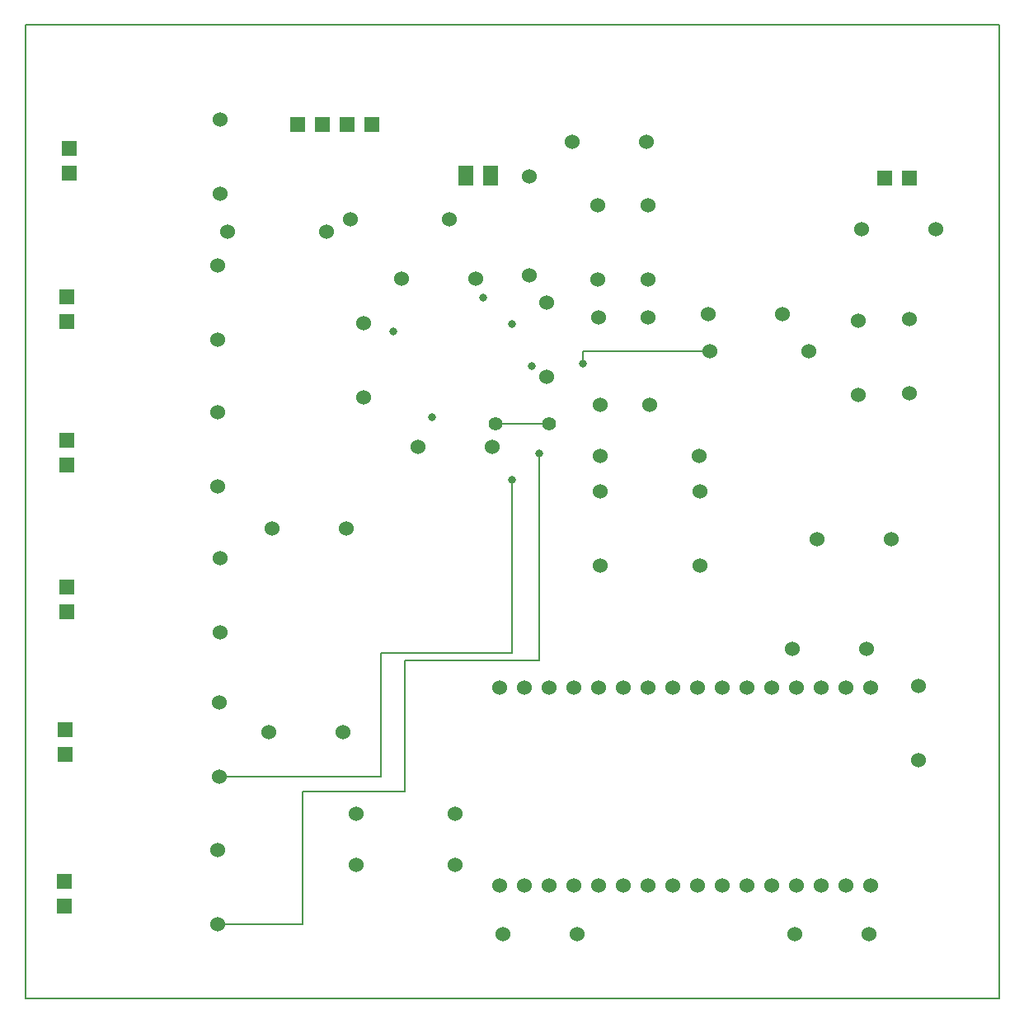
<source format=gbr>
%FSLAX23Y23*%
%MOIN*%
G04 EasyPC Gerber Version 12.0.1 Build 2704 *
%ADD15R,0.06000X0.08000*%
%ADD17R,0.06000X0.06000*%
%ADD21C,0.00787*%
%ADD95C,0.00800*%
%ADD22C,0.03200*%
%ADD23C,0.05600*%
%ADD71C,0.06000*%
%ADD16C,0.06000*%
X0Y0D02*
D02*
D15*
X1925Y3331D03*
X1825D03*
D02*
D16*
X3726Y3114D03*
X3657Y969D03*
Y1269D03*
X3618Y2450D03*
Y2750D03*
X3545Y1860D03*
X3456Y266D03*
X3447Y1417D03*
X3426Y3114D03*
X3411Y2445D03*
Y2745D03*
X3245Y1860D03*
X3211Y2622D03*
X3156Y266D03*
X3147Y1417D03*
X3106Y2770D03*
X2811Y2622D03*
X2806Y2770D03*
X2771Y1756D03*
Y2056D03*
X2768Y2199D03*
X2568Y2406D03*
X2564Y2758D03*
Y2911D03*
Y3211D03*
X2555Y3469D03*
X2368Y1756D03*
Y2056D03*
Y2199D03*
Y2406D03*
X2364Y2758D03*
X2358Y2911D03*
Y3211D03*
X2275Y266D03*
X2255Y3469D03*
X2151Y2517D03*
Y2817D03*
X2082Y2929D03*
Y3329D03*
X1975Y266D03*
X1931Y2234D03*
X1865Y2915D03*
X1784Y545D03*
Y752D03*
X1758Y3154D03*
X1631Y2234D03*
X1565Y2915D03*
X1413Y2435D03*
Y2735D03*
X1384Y545D03*
Y752D03*
X1358Y3154D03*
X1344Y1904D03*
X1330Y1083D03*
X1262Y3104D03*
X1044Y1904D03*
X1030Y1083D03*
X862Y3104D03*
X832Y1485D03*
Y1785D03*
Y3257D03*
Y3557D03*
X830Y903D03*
Y1203D03*
X823Y304D03*
Y604D03*
Y2076D03*
Y2376D03*
Y2667D03*
Y2967D03*
D02*
D17*
X3619Y3321D03*
X3519D03*
X1447Y3537D03*
X1347D03*
X1247D03*
X1147D03*
X222Y3341D03*
Y3441D03*
X212Y1569D03*
Y1669D03*
Y2160D03*
Y2260D03*
Y2740D03*
Y2840D03*
X206Y992D03*
Y1092D03*
X203Y378D03*
Y478D03*
D02*
D71*
X3462Y460D03*
Y1260D03*
X3362Y460D03*
Y1260D03*
X3262Y460D03*
Y1260D03*
X3162Y460D03*
Y1260D03*
X3062Y460D03*
Y1260D03*
X2962Y460D03*
Y1260D03*
X2862Y460D03*
Y1260D03*
X2762Y460D03*
Y1260D03*
X2662Y460D03*
Y1260D03*
X2562Y460D03*
Y1260D03*
X2462Y460D03*
Y1260D03*
X2362Y460D03*
Y1260D03*
X2262Y460D03*
Y1260D03*
X2162Y460D03*
Y1260D03*
X2062Y460D03*
Y1260D03*
X1962Y460D03*
Y1260D03*
D02*
D21*
X2299Y2573D02*
Y2622D01*
X2811*
X2122Y2209D02*
Y1372D01*
X1580*
Y841*
X1167*
Y304*
X823*
X2014Y2100D02*
Y1402D01*
X1482*
Y903*
X830*
X1945Y2327D02*
X2161D01*
D02*
D22*
X2299Y2573D03*
X2122Y2209D03*
X2092Y2563D03*
X2014Y2100D03*
Y2730D03*
X1895Y2839D03*
X1689Y2356D03*
X1531Y2701D03*
D02*
D23*
X2161Y2327D03*
X1945D03*
D02*
D95*
X3982Y4D02*
X45D01*
Y3941*
X3982*
Y4*
X0Y0D02*
M02*

</source>
